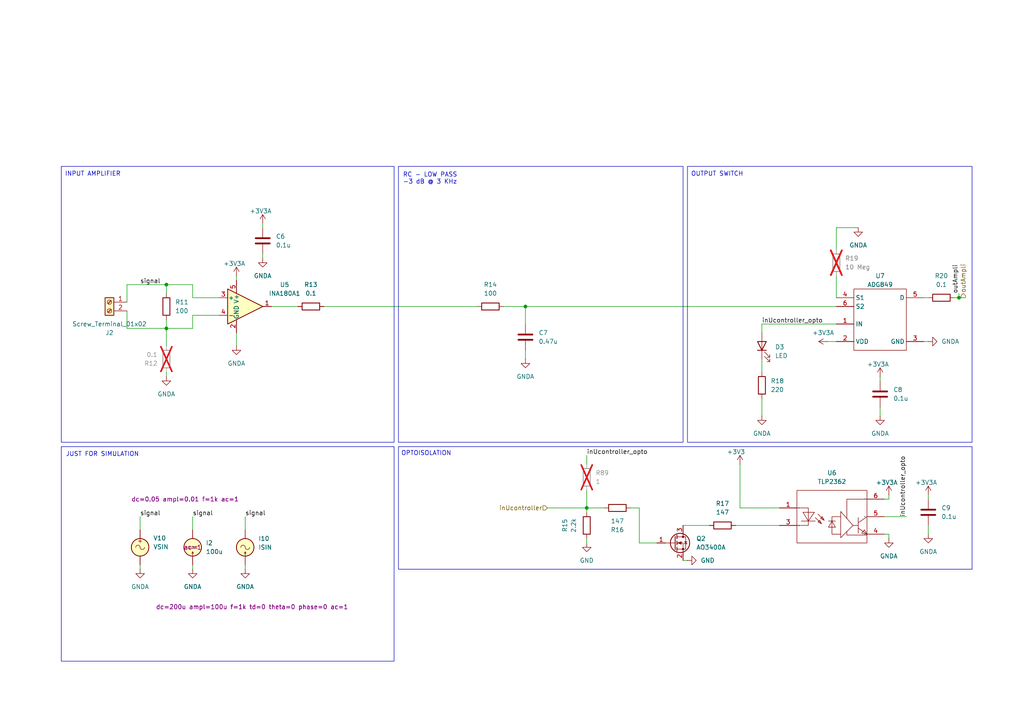
<source format=kicad_sch>
(kicad_sch (version 20250114) (generator "eeschema") (generator_version "9.0")
  (paper "A4")
  (lib_symbols
    (symbol "Amplifier_Current:INA180A1" (pin_names (offset 0.127))
      (property "Reference" "U" (at 3.81 3.81 0))
      (property "Value" "INA180A1" (at 3.81 -2.54 0))
      (symbol "INA180A1_0_1"
        (polyline (pts (xy 5.08 0) (xy -5.08 5.08) (xy -5.08 -5.08) (xy 5.08 0)) (stroke (width 0.254)) (fill (type background)))
      )
      (symbol "INA180A1_1_1"
        (pin input line (at -7.62 2.54 0) (length 2.54) (name "+") (number "3"))
        (pin input line (at -7.62 -2.54 0) (length 2.54) (name "-") (number "4"))
        (pin power_in line (at -2.54 7.62 270) (length 3.81) (name "V+") (number "5"))
        (pin power_in line (at -2.54 -7.62 90) (length 3.81) (name "GND") (number "2"))
        (pin output line (at 7.62 0 180) (length 2.54) (name "~") (number "1"))
      )
    )
    (symbol "Connector:Screw_Terminal_01x02" (pin_names (offset 1.016) (hide yes))
      (property "Reference" "J" (at 0 2.54 0))
      (property "Value" "Screw_Terminal_01x02" (at 0 -5.08 0))
      (symbol "Screw_Terminal_01x02_1_1"
        (rectangle (start -1.27 1.27) (end 1.27 -3.81) (stroke (width 0.254)) (fill (type background)))
        (polyline (pts (xy -0.5334 0.3302) (xy 0.3302 -0.508)) (stroke (width 0.1524)))
        (polyline (pts (xy -0.5334 -2.2098) (xy 0.3302 -3.048)) (stroke (width 0.1524)))
        (polyline (pts (xy -0.3556 0.508) (xy 0.508 -0.3302)) (stroke (width 0.1524)))
        (polyline (pts (xy -0.3556 -2.032) (xy 0.508 -2.8702)) (stroke (width 0.1524)))
        (circle (center 0 0) (radius 0.635) (stroke (width 0.1524)))
        (circle (center 0 -2.54) (radius 0.635) (stroke (width 0.1524)))
        (pin passive line (at -5.08 0 0) (length 3.81) (name "Pin_1") (number "1"))
        (pin passive line (at -5.08 -2.54 0) (length 3.81) (name "Pin_2") (number "2"))
      )
    )
    (symbol "Device:C" (pin_numbers (hide yes)) (pin_names (offset 0.254))
      (property "Reference" "C" (at 0.635 2.54 0))
      (property "Value" "C" (at 0.635 -2.54 0))
      (symbol "C_0_1"
        (polyline (pts (xy -2.032 0.762) (xy 2.032 0.762)) (stroke (width 0.508)))
        (polyline (pts (xy -2.032 -0.762) (xy 2.032 -0.762)) (stroke (width 0.508)))
      )
      (symbol "C_1_1"
        (pin passive line (at 0 3.81 270) (length 2.794) (name "~") (number "1"))
        (pin passive line (at 0 -3.81 90) (length 2.794) (name "~") (number "2"))
      )
    )
    (symbol "Device:LED" (pin_numbers (hide yes)) (pin_names (offset 1.016) (hide yes))
      (property "Reference" "D" (at 0 2.54 0))
      (property "Value" "LED" (at 0 -2.54 0))
      (symbol "LED_0_1"
        (polyline (pts (xy -3.048 -0.762) (xy -4.572 -2.286) (xy -3.81 -2.286) (xy -4.572 -2.286) (xy -4.572 -1.524)))
        (polyline (pts (xy -1.778 -0.762) (xy -3.302 -2.286) (xy -2.54 -2.286) (xy -3.302 -2.286) (xy -3.302 -1.524)))
        (polyline (pts (xy -1.27 0) (xy 1.27 0)))
        (polyline (pts (xy -1.27 -1.27) (xy -1.27 1.27)) (stroke (width 0.254)))
        (polyline (pts (xy 1.27 -1.27) (xy 1.27 1.27) (xy -1.27 0) (xy 1.27 -1.27)) (stroke (width 0.254)))
      )
      (symbol "LED_1_1"
        (pin passive line (at -3.81 0 0) (length 2.54) (name "K") (number "1"))
        (pin passive line (at 3.81 0 180) (length 2.54) (name "A") (number "2"))
      )
    )
    (symbol "Device:R" (pin_numbers (hide yes)) (pin_names (offset 0))
      (property "Reference" "R" (at 2.032 0 90))
      (property "Value" "R" (at 0 0 90))
      (symbol "R_0_1"
        (rectangle (start -1.016 -2.54) (end 1.016 2.54) (stroke (width 0.254)))
      )
      (symbol "R_1_1"
        (pin passive line (at 0 3.81 270) (length 1.27) (name "~") (number "1"))
        (pin passive line (at 0 -3.81 90) (length 1.27) (name "~") (number "2"))
      )
    )
    (symbol "Isolator:TLP2362(TPL,E(T"
      (property "Reference" "U" (at 0 0 0))
      (symbol "TLP2362(TPL,E(T_1_0"
        (rectangle (start -10.16 7.62) (end 10.16 -7.62))
        (polyline (pts (xy -10.16 2.54) (xy -6.858 2.54) (xy -6.858 2.54) (xy -6.858 -2.54) (xy -6.858 -2.54) (xy -10.16 -2.54)))
        (polyline (pts (xy -8.382 1.27) (xy -6.858 -1.27) (xy -6.858 -1.27) (xy -5.08 1.27) (xy -5.08 1.27) (xy -8.382 1.27)))
        (polyline (pts (xy -4.826 -0.254) (xy -3.048 -2.032)))
        (polyline (pts (xy -4.826 -1.27) (xy -8.89 -1.27)))
        (polyline (pts (xy -4.064 0.762) (xy -2.286 -1.016)))
        (polyline (pts (xy -3.048 -2.032) (xy -3.556 -1.016) (xy -3.556 -1.016) (xy -4.064 -1.524) (xy -4.064 -1.524) (xy -3.048 -2.032)))
        (polyline (pts (xy -2.286 -1.016) (xy -2.794 0) (xy -2.794 0) (xy -3.302 -0.508) (xy -3.302 -0.508) (xy -2.286 -1.016)))
        (polyline (pts (xy -1.016 -1.27) (xy 1.016 -1.27)))
        (polyline (pts (xy 0 -1.016) (xy 0 -5.08) (xy 0 -5.08) (xy 2.54 -5.08)))
        (polyline (pts (xy 0 -1.27) (xy 0 0) (xy 0 0) (xy 2.54 0)))
        (polyline (pts (xy 1.016 -3.048) (xy 0 -1.27) (xy 0 -1.27) (xy -1.016 -3.048) (xy -1.016 -3.048) (xy 1.016 -3.048)))
        (polyline (pts (xy 4.318 -4.318) (xy 4.318 -5.334) (xy 4.318 -5.334) (xy 10.16 -5.334)))
        (polyline (pts (xy 6.096 -2.54) (xy 7.62 -2.54)))
        (polyline (pts (xy 6.096 -2.54) (xy 2.54 1.524) (xy 2.54 1.524) (xy 2.54 -6.096) (xy 2.54 -6.096) (xy 6.096 -2.54)))
        (polyline (pts (xy 7.62 -0.254) (xy 7.62 -4.826)))
        (polyline (pts (xy 7.62 -3.302) (xy 10.16 -5.08)))
        (polyline (pts (xy 10.16 5.08) (xy 4.318 5.08) (xy 4.318 5.08) (xy 4.318 -0.508)))
        (polyline (pts (xy 10.16 0) (xy 7.62 -1.778)))
        (polyline (pts (xy 10.16 -5.08) (xy 9.398 -3.81) (xy 9.398 -3.81) (xy 8.636 -4.826) (xy 8.636 -4.826) (xy 10.16 -5.08)))
        (pin unspecified line (at -15.24 2.54 0) (length 5.08) (name "1") (number "1"))
        (pin unspecified line (at -15.24 -2.54 0) (length 5.08) (name "3") (number "3"))
        (pin unspecified line (at 15.24 5.08 180) (length 5.08) (name "6") (number "6"))
        (pin unspecified line (at 15.24 0 180) (length 5.08) (name "5") (number "5"))
        (pin unspecified line (at 15.24 -5.08 180) (length 5.08) (name "4") (number "4"))
      )
    )
    (symbol "Simulation_SPICE:IDC" (pin_numbers (hide yes)) (pin_names (offset 0.0254))
      (property "Reference" "I" (at 2.54 2.54 0))
      (property "Value" "1" (at 2.54 0 0))
      (symbol "IDC_0_0"
        (polyline (pts (xy -1.27 0.254) (xy 1.27 0.254)))
        (polyline (pts (xy -0.762 -0.254) (xy -1.27 -0.254)))
        (polyline (pts (xy 0.254 -0.254) (xy -0.254 -0.254)))
        (polyline (pts (xy 1.27 -0.254) (xy 0.762 -0.254)))
      )
      (symbol "IDC_0_1"
        (polyline (pts (xy -0.254 1.778) (xy 0 1.27) (xy 0.254 1.778)))
        (polyline (pts (xy 0 1.27) (xy 0 2.286)))
        (circle (center 0 0) (radius 2.54) (stroke (width 0.254)) (fill (type background)))
      )
      (symbol "IDC_1_1"
        (pin passive line (at 0 5.08 270) (length 2.54) (name "~") (number "1"))
        (pin passive line (at 0 -5.08 90) (length 2.54) (name "~") (number "2"))
      )
    )
    (symbol "Simulation_SPICE:ISIN" (pin_numbers (hide yes)) (pin_names (offset 0.0254))
      (property "Reference" "I" (at 2.54 2.54 0))
      (property "Value" "ISIN" (at 2.54 0 0))
      (property "Sim.Params" "dc=0 ampl=1 f=1k ac=1" (at 2.54 -2.54 0))
      (symbol "ISIN_0_0"
        (arc (start -1.27 0) (mid -0.635 0.6323) (end 0 0))
        (arc (start 1.27 0) (mid 0.635 -0.6323) (end 0 0))
      )
      (symbol "ISIN_0_1"
        (polyline (pts (xy -0.254 1.778) (xy 0 1.27) (xy 0.254 1.778)))
        (polyline (pts (xy 0 1.27) (xy 0 2.286)))
        (circle (center 0 0) (radius 2.54) (stroke (width 0.254)) (fill (type background)))
      )
      (symbol "ISIN_1_1"
        (pin passive line (at 0 5.08 270) (length 2.54) (name "~") (number "1"))
        (pin passive line (at 0 -5.08 90) (length 2.54) (name "~") (number "2"))
      )
    )
    (symbol "Simulation_SPICE:VSIN" (pin_numbers (hide yes)) (pin_names (offset 0.0254))
      (property "Reference" "V" (at 2.54 2.54 0))
      (property "Value" "VSIN" (at 2.54 0 0))
      (property "Sim.Params" "dc=0 ampl=1 f=1k ac=1" (at 2.54 -2.54 0))
      (symbol "VSIN_0_0"
        (arc (start -1.27 0) (mid -0.635 0.6323) (end 0 0))
        (arc (start 1.27 0) (mid 0.635 -0.6323) (end 0 0))
        (text "+" (at 0 1.905 0) (effects (font (size 1.27 1.27))))
      )
      (symbol "VSIN_0_1"
        (circle (center 0 0) (radius 2.54) (stroke (width 0.254)) (fill (type background)))
      )
      (symbol "VSIN_1_1"
        (pin passive line (at 0 5.08 270) (length 2.54) (name "~") (number "1"))
        (pin passive line (at 0 -5.08 90) (length 2.54) (name "~") (number "2"))
      )
    )
    (symbol "Transistor_FET:AO3400A" (pin_names (offset 0) (hide yes))
      (property "Reference" "Q" (at 5.08 1.905 0))
      (property "Value" "AO3400A" (at 5.08 0 0))
      (symbol "AO3400A_0_1"
        (polyline (pts (xy 0.254 1.905) (xy 0.254 -1.905)) (stroke (width 0.254)))
        (polyline (pts (xy 0.254 0) (xy -2.54 0)))
        (polyline (pts (xy 0.762 2.286) (xy 0.762 1.27)) (stroke (width 0.254)))
        (polyline (pts (xy 0.762 0.508) (xy 0.762 -0.508)) (stroke (width 0.254)))
        (polyline (pts (xy 0.762 -1.27) (xy 0.762 -2.286)) (stroke (width 0.254)))
        (polyline (pts (xy 0.762 -1.778) (xy 3.302 -1.778) (xy 3.302 1.778) (xy 0.762 1.778)))
        (polyline (pts (xy 1.016 0) (xy 2.032 0.381) (xy 2.032 -0.381) (xy 1.016 0)) (fill (type outline)))
        (circle (center 1.651 0) (radius 2.794) (stroke (width 0.254)))
        (polyline (pts (xy 2.54 2.54) (xy 2.54 1.778)))
        (circle (center 2.54 1.778) (radius 0.254) (fill (type outline)))
        (circle (center 2.54 -1.778) (radius 0.254) (fill (type outline)))
        (polyline (pts (xy 2.54 -2.54) (xy 2.54 0) (xy 0.762 0)))
        (polyline (pts (xy 2.921 0.381) (xy 3.683 0.381)))
        (polyline (pts (xy 3.302 0.381) (xy 2.921 -0.254) (xy 3.683 -0.254) (xy 3.302 0.381)))
      )
      (symbol "AO3400A_1_1"
        (pin input line (at -5.08 0 0) (length 2.54) (name "G") (number "1"))
        (pin passive line (at 2.54 5.08 270) (length 2.54) (name "D") (number "3"))
        (pin passive line (at 2.54 -5.08 90) (length 2.54) (name "S") (number "2"))
      )
    )
    (symbol "leakCurrMeasLibrary:ADG849YKSZ-REEL7"
      (property "Reference" "U" (at 0 0 0))
      (symbol "ADG849YKSZ-REEL7_1_0"
        (rectangle (start -7.62 -8.89) (end 7.62 8.89))
        (pin unspecified line (at -12.7 6.35 0) (length 5.08) (name "S1") (number "4"))
        (pin unspecified line (at -12.7 3.81 0) (length 5.08) (name "S2") (number "6"))
        (pin unspecified line (at -12.7 -1.27 0) (length 5.08) (name "IN") (number "1"))
        (pin unspecified line (at -12.7 -6.35 0) (length 5.08) (name "VDD") (number "2"))
        (pin unspecified line (at 12.7 6.35 180) (length 5.08) (name "D") (number "5"))
        (pin unspecified line (at 12.7 -6.35 180) (length 5.08) (name "GND") (number "3"))
      )
    )
    (symbol "power:+5V" (power) (pin_numbers (hide yes)) (pin_names (offset 0) (hide yes))
      (property "Value" "+5V" (at 0 3.556 0))
      (symbol "+5V_0_1"
        (polyline (pts (xy -0.762 1.27) (xy 0 2.54)))
        (polyline (pts (xy 0 2.54) (xy 0.762 1.27)))
        (polyline (pts (xy 0 0) (xy 0 2.54)))
      )
      (symbol "+5V_1_1"
        (pin power_in line (at 0 0 90) (length 0) (name "~") (number "1"))
      )
    )
    (symbol "power:GND" (power) (pin_numbers (hide yes)) (pin_names (offset 0) (hide yes))
      (property "Value" "GND" (at 0 -3.81 0))
      (symbol "GND_0_1"
        (polyline (pts (xy 0 0) (xy 0 -1.27) (xy 1.27 -1.27) (xy 0 -2.54) (xy -1.27 -1.27) (xy 0 -1.27)))
      )
      (symbol "GND_1_1"
        (pin power_in line (at 0 0 270) (length 0) (name "~") (number "1"))
      )
    )
    (symbol "power:GNDA" (power) (pin_numbers (hide yes)) (pin_names (offset 0) (hide yes))
      (property "Value" "GNDA" (at 0 -3.81 0))
      (symbol "GNDA_0_1"
        (polyline (pts (xy 0 0) (xy 0 -1.27) (xy 1.27 -1.27) (xy 0 -2.54) (xy -1.27 -1.27) (xy 0 -1.27)))
      )
      (symbol "GNDA_1_1"
        (pin power_in line (at 0 0 270) (length 0) (name "~") (number "1"))
      )
    )
  )
  (rectangle (start 199.39 48.26) (end 281.94 128.27))
  (rectangle (start 17.78 48.26) (end 114.3 128.27))
  (rectangle (start 115.57 129.54) (end 281.94 165.1))
  (rectangle (start 17.78 129.54) (end 114.3 191.77))
  (rectangle (start 115.57 48.26) (end 198.12 128.27))
  (text "INPUT AMPLIFIER" (at 26.924 50.546 0) (effects (font (size 1.27 1.27))))
  (text "OUTPUT SWITCH" (at 200.406 50.546 0) (effects (font (size 1.27 1.27)) (justify left)))
  (text "JUST FOR SIMULATION" (at 29.718 131.826 0) (effects (font (size 1.27 1.27))))
  (text "OPTOISOLATION" (at 116.332 131.572 0) (effects (font (size 1.27 1.27)) (justify left)))
  (text "RC - LOW PASS\n-3 dB @ 3 KHz" (at 116.84 51.816 0) (effects (font (size 1.27 1.27)) (justify left)))
  (junction (at 152.4 88.9))
  (junction (at 48.26 82.55))
  (junction (at 48.26 95.25))
  (junction (at 278.13 86.36))
  (junction (at 170.18 147.32))
  (wire (pts (xy 152.4 88.9) (xy 242.57 88.9)))
  (wire (pts (xy 213.36 152.4) (xy 226.06 152.4)))
  (wire (pts (xy 146.05 88.9) (xy 152.4 88.9)))
  (wire (pts (xy 256.54 149.86) (xy 262.89 149.86)))
  (wire (pts (xy 68.58 96.52) (xy 68.58 100.33)))
  (wire (pts (xy 170.18 156.21) (xy 170.18 157.48)))
  (wire (pts (xy 55.88 149.86) (xy 55.88 153.67)))
  (wire (pts (xy 55.88 91.44) (xy 55.88 95.25)))
  (wire (pts (xy 214.63 134.62) (xy 214.63 147.32)))
  (wire (pts (xy 214.63 147.32) (xy 226.06 147.32)))
  (wire (pts (xy 93.98 88.9) (xy 138.43 88.9)))
  (wire (pts (xy 220.98 93.98) (xy 242.57 93.98)))
  (wire (pts (xy 198.12 162.56) (xy 199.39 162.56)))
  (wire (pts (xy 257.81 156.21) (xy 257.81 154.94)))
  (wire (pts (xy 36.83 82.55) (xy 48.26 82.55)))
  (wire (pts (xy 267.97 99.06) (xy 269.24 99.06)))
  (wire (pts (xy 170.18 142.24) (xy 170.18 147.32)))
  (wire (pts (xy 190.5 157.48) (xy 185.42 157.48)))
  (wire (pts (xy 63.5 86.36) (xy 55.88 86.36)))
  (wire (pts (xy 220.98 115.57) (xy 220.98 120.65)))
  (wire (pts (xy 55.88 82.55) (xy 48.26 82.55)))
  (wire (pts (xy 71.12 163.83) (xy 71.12 165.1)))
  (wire (pts (xy 255.27 118.11) (xy 255.27 120.65)))
  (wire (pts (xy 63.5 91.44) (xy 55.88 91.44)))
  (wire (pts (xy 36.83 82.55) (xy 36.83 87.63)))
  (wire (pts (xy 48.26 82.55) (xy 48.26 85.09)))
  (wire (pts (xy 68.58 80.01) (xy 68.58 81.28)))
  (wire (pts (xy 257.81 144.78) (xy 256.54 144.78)))
  (wire (pts (xy 55.88 86.36) (xy 55.88 82.55)))
  (wire (pts (xy 267.97 86.36) (xy 269.24 86.36)))
  (wire (pts (xy 170.18 132.08) (xy 170.18 134.62)))
  (wire (pts (xy 71.12 149.86) (xy 71.12 153.67)))
  (wire (pts (xy 48.26 95.25) (xy 48.26 100.33)))
  (wire (pts (xy 36.83 95.25) (xy 36.83 90.17)))
  (wire (pts (xy 240.03 99.06) (xy 242.57 99.06)))
  (wire (pts (xy 158.75 147.32) (xy 170.18 147.32)))
  (wire (pts (xy 248.92 66.04) (xy 242.57 66.04)))
  (wire (pts (xy 242.57 66.04) (xy 242.57 72.39)))
  (wire (pts (xy 182.88 147.32) (xy 185.42 147.32)))
  (wire (pts (xy 170.18 147.32) (xy 175.26 147.32)))
  (wire (pts (xy 269.24 152.4) (xy 269.24 154.94)))
  (wire (pts (xy 48.26 109.22) (xy 48.26 107.95)))
  (wire (pts (xy 152.4 88.9) (xy 152.4 93.98)))
  (wire (pts (xy 55.88 95.25) (xy 48.26 95.25)))
  (wire (pts (xy 220.98 96.52) (xy 220.98 93.98)))
  (wire (pts (xy 36.83 95.25) (xy 48.26 95.25)))
  (wire (pts (xy 55.88 163.83) (xy 55.88 165.1)))
  (wire (pts (xy 48.26 92.71) (xy 48.26 95.25)))
  (wire (pts (xy 257.81 143.51) (xy 257.81 144.78)))
  (wire (pts (xy 276.86 86.36) (xy 278.13 86.36)))
  (wire (pts (xy 278.13 86.36) (xy 279.4 86.36)))
  (wire (pts (xy 278.13 85.09) (xy 278.13 86.36)))
  (wire (pts (xy 198.12 152.4) (xy 205.74 152.4)))
  (wire (pts (xy 40.64 149.86) (xy 40.64 153.67)))
  (wire (pts (xy 152.4 101.6) (xy 152.4 104.14)))
  (wire (pts (xy 40.64 163.83) (xy 40.64 165.1)))
  (wire (pts (xy 269.24 143.51) (xy 269.24 144.78)))
  (wire (pts (xy 76.2 73.66) (xy 76.2 74.93)))
  (wire (pts (xy 255.27 109.22) (xy 255.27 110.49)))
  (wire (pts (xy 257.81 154.94) (xy 256.54 154.94)))
  (wire (pts (xy 242.57 80.01) (xy 242.57 86.36)))
  (wire (pts (xy 170.18 147.32) (xy 170.18 148.59)))
  (wire (pts (xy 185.42 147.32) (xy 185.42 157.48)))
  (wire (pts (xy 220.98 104.14) (xy 220.98 107.95)))
  (wire (pts (xy 78.74 88.9) (xy 86.36 88.9)))
  (wire (pts (xy 76.2 64.77) (xy 76.2 66.04)))
  (label "signal" (at 55.88 149.86 0))
  (label "inUcontroller_opto" (at 220.98 93.98 0))
  (label "inUcontroller_opto" (at 170.18 132.08 0))
  (label "signal" (at 71.12 149.86 0))
  (label "signal" (at 40.64 82.55 0))
  (label "signal" (at 40.64 149.86 0))
  (label "outAmpli" (at 278.13 85.09 90))
  (label "inUcontroller_opto" (at 262.89 149.86 90))
  (hierarchical_label "inUcontroller" (shape input) (at 158.75 147.32 180))
  (hierarchical_label "outAmpli" (shape output) (at 279.4 86.36 90))
  (symbol (lib_id "Connector:Screw_Terminal_01x02") (at 31.75 87.63 0) (mirror y) (unit 1) (exclude_from_sim yes)
    (property "Reference" "J1" (at 31.75 96.52 0))
    (property "Value" "Screw_Terminal_01x02" (at 31.75 93.98 0))
    (property "Footprint" "Connector_Phoenix_GMSTB:PhoenixContact_GMSTBA_2,5_2-G-7,62_1x02_P7.62mm_Horizontal" (effects (hide yes)))
    (property "Description" "Generic screw terminal, single row, 01x02, script generated (kicad-library-utils/schlib/autogen/connector/)" (effects (hide yes)))
    (instances (project "leak_current_detector" (path "" (reference "J2") (unit 1)) (path "" (reference "J7") (unit 1)) (path "" (reference "J5") (unit 1)) (path "" (reference "J6") (unit 1)) (path "" (reference "J4") (unit 1)) (path "" (reference "J8") (unit 1)) (path "" (reference "J3") (unit 1)) (path "" (reference "J1") (unit 1))))
  )
  (symbol (lib_id "power:GNDA") (at 40.64 165.1 0) (unit 1)
    (property "Reference" "#PWR013" (effects (hide yes)))
    (property "Value" "GNDA" (at 40.64 170.18 0))
    (property "Description" "Power symbol creates a global label with name \"GNDA\" , analog ground" (effects (hide yes)))
    (instances (project "leak_current_detector" (path "" (reference "#PWR034") (unit 1)) (path "" (reference "#PWR0139") (unit 1)) (path "" (reference "#PWR097") (unit 1)) (path "" (reference "#PWR0118") (unit 1)) (path "" (reference "#PWR076") (unit 1)) (path "" (reference "#PWR0160") (unit 1)) (path "" (reference "#PWR055") (unit 1)) (path "" (reference "#PWR013") (unit 1))))
  )
  (symbol (lib_id "power:GNDA") (at 220.98 120.65 0) (unit 1)
    (property "Reference" "#PWR024" (effects (hide yes)))
    (property "Value" "GNDA" (at 220.98 125.73 0))
    (property "Description" "Power symbol creates a global label with name \"GNDA\" , analog ground" (effects (hide yes)))
    (instances (project "leak_current_detector" (path "" (reference "#PWR045") (unit 1)) (path "" (reference "#PWR0150") (unit 1)) (path "" (reference "#PWR0108") (unit 1)) (path "" (reference "#PWR0129") (unit 1)) (path "" (reference "#PWR087") (unit 1)) (path "" (reference "#PWR0171") (unit 1)) (path "" (reference "#PWR066") (unit 1)) (path "" (reference "#PWR024") (unit 1))))
  )
  (symbol (lib_id "power:GNDA") (at 269.24 99.06 90) (unit 1)
    (property "Reference" "#PWR031" (effects (hide yes)))
    (property "Value" "GNDA" (at 273.05 99.0599 90) (effects (justify right)))
    (property "Description" "Power symbol creates a global label with name \"GNDA\" , analog ground" (effects (hide yes)))
    (instances (project "leak_current_detector" (path "" (reference "#PWR052") (unit 1)) (path "" (reference "#PWR0157") (unit 1)) (path "" (reference "#PWR0115") (unit 1)) (path "" (reference "#PWR0136") (unit 1)) (path "" (reference "#PWR094") (unit 1)) (path "" (reference "#PWR0178") (unit 1)) (path "" (reference "#PWR073") (unit 1)) (path "" (reference "#PWR031") (unit 1))))
  )
  (symbol (lib_id "Device:C") (at 269.24 148.59 0) (unit 1)
    (property "Reference" "C5" (at 273.05 147.3199 0) (effects (justify left)))
    (property "Value" "0.1u" (at 273.05 149.8599 0) (effects (justify left)))
    (property "Footprint" "Capacitor_SMD:C_0603_1608Metric" (effects (hide yes)))
    (property "Description" "Unpolarized capacitor" (effects (hide yes)))
    (instances (project "leak_current_detector" (path "" (reference "C9") (unit 1)) (path "" (reference "C29") (unit 1)) (path "" (reference "C21") (unit 1)) (path "" (reference "C25") (unit 1)) (path "" (reference "C17") (unit 1)) (path "" (reference "C33") (unit 1)) (path "" (reference "C13") (unit 1)) (path "" (reference "C5") (unit 1))))
  )
  (symbol (lib_id "Device:R") (at 142.24 88.9 90) (unit 1)
    (property "Reference" "R4" (at 142.24 82.55 90))
    (property "Value" "100" (at 142.24 85.09 90))
    (property "Footprint" "Resistor_SMD:R_0603_1608Metric" (effects (hide yes)))
    (property "Description" "Resistor" (effects (hide yes)))
    (instances (project "leak_current_detector" (path "" (reference "R14") (unit 1)) (path "" (reference "R64") (unit 1)) (path "" (reference "R44") (unit 1)) (path "" (reference "R54") (unit 1)) (path "" (reference "R34") (unit 1)) (path "" (reference "R74") (unit 1)) (path "" (reference "R24") (unit 1)) (path "" (reference "R4") (unit 1))))
  )
  (symbol (lib_id "Device:R") (at 170.18 152.4 0) (mirror y) (unit 1) (exclude_from_sim yes)
    (property "Reference" "R5" (at 163.83 152.4 90))
    (property "Value" "2.2k" (at 166.37 152.4 90))
    (property "Footprint" "Resistor_SMD:R_0603_1608Metric" (effects (hide yes)))
    (property "Description" "Resistor" (effects (hide yes)))
    (instances (project "leak_current_detector" (path "" (reference "R15") (unit 1)) (path "" (reference "R65") (unit 1)) (path "" (reference "R45") (unit 1)) (path "" (reference "R55") (unit 1)) (path "" (reference "R35") (unit 1)) (path "" (reference "R75") (unit 1)) (path "" (reference "R25") (unit 1)) (path "" (reference "R5") (unit 1))))
  )
  (symbol (lib_id "Device:C") (at 152.4 97.79 0) (unit 1)
    (property "Reference" "C3" (at 156.21 96.5199 0) (effects (justify left)))
    (property "Value" "0.47u" (at 156.21 99.0599 0) (effects (justify left)))
    (property "Footprint" "Capacitor_SMD:C_0603_1608Metric" (effects (hide yes)))
    (property "Description" "Unpolarized capacitor" (effects (hide yes)))
    (instances (project "leak_current_detector" (path "" (reference "C7") (unit 1)) (path "" (reference "C27") (unit 1)) (path "" (reference "C19") (unit 1)) (path "" (reference "C23") (unit 1)) (path "" (reference "C15") (unit 1)) (path "" (reference "C31") (unit 1)) (path "" (reference "C11") (unit 1)) (path "" (reference "C3") (unit 1))))
  )
  (symbol (lib_id "Device:R") (at 179.07 147.32 90) (mirror x) (unit 1) (exclude_from_sim yes)
    (property "Reference" "R6" (at 179.07 153.67 90))
    (property "Value" "147" (at 179.07 151.13 90))
    (property "Footprint" "Resistor_SMD:R_0603_1608Metric" (effects (hide yes)))
    (property "Description" "Resistor" (effects (hide yes)))
    (instances (project "leak_current_detector" (path "" (reference "R16") (unit 1)) (path "" (reference "R66") (unit 1)) (path "" (reference "R46") (unit 1)) (path "" (reference "R56") (unit 1)) (path "" (reference "R36") (unit 1)) (path "" (reference "R76") (unit 1)) (path "" (reference "R26") (unit 1)) (path "" (reference "R6") (unit 1))))
  )
  (symbol (lib_id "Device:R") (at 242.57 76.2 0) (unit 1) (exclude_from_sim yes) (in_bom no) (dnp yes)
    (property "Reference" "R9" (at 245.11 74.9299 0) (effects (justify left)))
    (property "Value" "10 Meg" (at 245.11 77.4699 0) (effects (justify left)))
    (property "Footprint" "Resistor_SMD:R_0603_1608Metric" (effects (hide yes)))
    (property "Description" "Resistor" (effects (hide yes)))
    (instances (project "leak_current_detector" (path "" (reference "R19") (unit 1)) (path "" (reference "R69") (unit 1)) (path "" (reference "R49") (unit 1)) (path "" (reference "R59") (unit 1)) (path "" (reference "R39") (unit 1)) (path "" (reference "R79") (unit 1)) (path "" (reference "R29") (unit 1)) (path "" (reference "R9") (unit 1))))
  )
  (symbol (lib_id "power:GNDA") (at 248.92 66.04 0) (unit 1)
    (property "Reference" "#PWR026" (effects (hide yes)))
    (property "Value" "GNDA" (at 248.92 71.12 0))
    (property "Description" "Power symbol creates a global label with name \"GNDA\" , analog ground" (effects (hide yes)))
    (instances (project "leak_current_detector" (path "" (reference "#PWR047") (unit 1)) (path "" (reference "#PWR0152") (unit 1)) (path "" (reference "#PWR0110") (unit 1)) (path "" (reference "#PWR0131") (unit 1)) (path "" (reference "#PWR089") (unit 1)) (path "" (reference "#PWR0173") (unit 1)) (path "" (reference "#PWR068") (unit 1)) (path "" (reference "#PWR026") (unit 1))))
  )
  (symbol (lib_id "Device:R") (at 48.26 104.14 180) (unit 1) (in_bom no) (dnp yes)
    (property "Reference" "R2" (at 45.72 105.4101 0) (effects (justify left)))
    (property "Value" "0.1" (at 45.72 102.8701 0) (effects (justify left)))
    (property "Footprint" "Resistor_SMD:R_0603_1608Metric" (effects (hide yes)))
    (property "Description" "Resistor" (effects (hide yes)))
    (instances (project "leak_current_detector" (path "" (reference "R12") (unit 1)) (path "" (reference "R62") (unit 1)) (path "" (reference "R42") (unit 1)) (path "" (reference "R52") (unit 1)) (path "" (reference "R32") (unit 1)) (path "" (reference "R72") (unit 1)) (path "" (reference "R22") (unit 1)) (path "" (reference "R2") (unit 1))))
  )
  (symbol (lib_id "Device:C") (at 255.27 114.3 0) (unit 1)
    (property "Reference" "C4" (at 259.08 113.0299 0) (effects (justify left)))
    (property "Value" "0.1u" (at 259.08 115.5699 0) (effects (justify left)))
    (property "Footprint" "Capacitor_SMD:C_0603_1608Metric" (effects (hide yes)))
    (property "Description" "Unpolarized capacitor" (effects (hide yes)))
    (instances (project "leak_current_detector" (path "" (reference "C8") (unit 1)) (path "" (reference "C28") (unit 1)) (path "" (reference "C20") (unit 1)) (path "" (reference "C24") (unit 1)) (path "" (reference "C16") (unit 1)) (path "" (reference "C32") (unit 1)) (path "" (reference "C12") (unit 1)) (path "" (reference "C4") (unit 1))))
  )
  (symbol (lib_id "power:GNDA") (at 71.12 165.1 0) (unit 1)
    (property "Reference" "#PWR0232" (effects (hide yes)))
    (property "Value" "GNDA" (at 71.12 170.18 0))
    (property "Description" "Power symbol creates a global label with name \"GNDA\" , analog ground" (effects (hide yes)))
    (instances (project "leak_current_detector" (path "" (reference "#PWR0233") (unit 1)) (path "" (reference "#PWR0238") (unit 1)) (path "" (reference "#PWR0236") (unit 1)) (path "" (reference "#PWR0237") (unit 1)) (path "" (reference "#PWR0235") (unit 1)) (path "" (reference "#PWR0239") (unit 1)) (path "" (reference "#PWR0234") (unit 1)) (path "" (reference "#PWR0232") (unit 1))))
  )
  (symbol (lib_id "power:GNDA") (at 68.58 100.33 0) (unit 1)
    (property "Reference" "#PWR017" (effects (hide yes)))
    (property "Value" "GNDA" (at 68.58 105.41 0))
    (property "Description" "Power symbol creates a global label with name \"GNDA\" , analog ground" (effects (hide yes)))
    (instances (project "leak_current_detector" (path "" (reference "#PWR038") (unit 1)) (path "" (reference "#PWR0143") (unit 1)) (path "" (reference "#PWR0101") (unit 1)) (path "" (reference "#PWR0122") (unit 1)) (path "" (reference "#PWR080") (unit 1)) (path "" (reference "#PWR0164") (unit 1)) (path "" (reference "#PWR059") (unit 1)) (path "" (reference "#PWR017") (unit 1))))
  )
  (symbol (lib_id "Simulation_SPICE:ISIN") (at 71.12 158.75 180) (unit 1) (in_bom no) (on_board no)
    (property "Reference" "I9" (at 74.93 156.2099 0) (effects (justify right)))
    (property "Value" "ISIN" (at 74.93 158.7499 0) (effects (justify right)))
    (property "Datasheet" "https://ngspice.sourceforge.io/docs/ngspice-html-manual/manual.xhtml#sec_Independent_Sources_for" (effects (hide yes)))
    (property "Description" "Current source, sinusoidal" (effects (hide yes)))
    (property "Sim.Pins" "1=+ 2=-" (effects (hide yes)))
    (property "Sim.Params" "dc=200u ampl=100u f=1k td=0 theta=0 phase=0 ac=1" (at 45.212 176.022 0) (effects (justify right)))
    (property "Sim.Device" "I" (effects (hide yes)))
    (property "Sim.Type" "SIN" (effects (hide yes)))
    (instances (project "" (path "" (reference "I10") (unit 1)) (path "" (reference "I15") (unit 1)) (path "" (reference "I13") (unit 1)) (path "" (reference "I14") (unit 1)) (path "" (reference "I12") (unit 1)) (path "" (reference "I16") (unit 1)) (path "" (reference "I11") (unit 1)) (path "" (reference "I9") (unit 1))))
  )
  (symbol (lib_id "power:GNDA") (at 76.2 74.93 0) (unit 1)
    (property "Reference" "#PWR019" (effects (hide yes)))
    (property "Value" "GNDA" (at 76.2 80.01 0))
    (property "Description" "Power symbol creates a global label with name \"GNDA\" , analog ground" (effects (hide yes)))
    (instances (project "leak_current_detector" (path "" (reference "#PWR040") (unit 1)) (path "" (reference "#PWR0145") (unit 1)) (path "" (reference "#PWR0103") (unit 1)) (path "" (reference "#PWR0124") (unit 1)) (path "" (reference "#PWR082") (unit 1)) (path "" (reference "#PWR0166") (unit 1)) (path "" (reference "#PWR061") (unit 1)) (path "" (reference "#PWR019") (unit 1))))
  )
  (symbol (lib_id "leakCurrMeasLibrary:ADG849YKSZ-REEL7") (at 255.27 92.71 0) (unit 1)
    (property "Reference" "U4" (at 255.27 80.01 0))
    (property "Value" "ADG849" (at 255.27 82.55 0))
    (property "Footprint" "Package_TO_SOT_SMD:SOT-363_SC-70-6" (effects (hide yes)))
    (property "Datasheet" "https://item.szlcsc.com/datasheet/ADG849YKSZ-REEL7/153262.html" (effects (hide yes)))
    (property "Description" "Switch Circuit:SPDT(SPDT) Number of Channels:1 Voltage - Supply:1.8V~5.5V Voltage - Supply:1.8V~5.5V Turn-on time:26ns RDS(on):800mΩ Turn-off time:22ns Operating Temperature:-40°C~+125°C Operating Temperature:-40°C~+125°C" (effects (hide yes)))
    (property "Manufacturer Part" "ADG849YKSZ-REEL7" (effects (hide yes)))
    (property "Manufacturer" "ADI(亚德诺)" (effects (hide yes)))
    (property "Supplier Part" "C141931" (effects (hide yes)))
    (property "Supplier" "LCSC" (effects (hide yes)))
    (property "LCSC Part Name" "3 V/5 V CMOS 0.5Ω SPDT/2:1多路复用器在SC70封装中" (effects (hide yes)))
    (property "Sim.Library" "sim/adg849.cir" (effects (hide yes)))
    (property "Sim.Name" "ADG849" (effects (hide yes)))
    (property "Sim.Device" "SUBCKT" (effects (hide yes)))
    (property "Sim.Pins" "1=1 2=2 3=3 4=4 5=5 6=6" (effects (hide yes)))
    (instances (project "leak_current_detector" (path "" (reference "U7") (unit 1)) (path "" (reference "U22") (unit 1)) (path "" (reference "U16") (unit 1)) (path "" (reference "U19") (unit 1)) (path "" (reference "U13") (unit 1)) (path "" (reference "U25") (unit 1)) (path "" (reference "U10") (unit 1)) (path "" (reference "U4") (unit 1))))
  )
  (symbol (lib_id "power:GND") (at 199.39 162.56 90) (unit 1) (exclude_from_sim yes)
    (property "Reference" "#PWR022" (effects (hide yes)))
    (property "Value" "GND" (at 203.2 162.5599 90) (effects (justify right)))
    (property "Description" "Power symbol creates a global label with name \"GND\" , ground" (effects (hide yes)))
    (instances (project "leak_current_detector" (path "" (reference "#PWR043") (unit 1)) (path "" (reference "#PWR0148") (unit 1)) (path "" (reference "#PWR0106") (unit 1)) (path "" (reference "#PWR0127") (unit 1)) (path "" (reference "#PWR085") (unit 1)) (path "" (reference "#PWR0169") (unit 1)) (path "" (reference "#PWR064") (unit 1)) (path "" (reference "#PWR022") (unit 1))))
  )
  (symbol (lib_id "Device:R") (at 170.18 138.43 0) (unit 1) (in_bom no) (on_board no) (dnp yes)
    (property "Reference" "R88" (at 172.72 137.1599 0) (effects (justify left)))
    (property "Value" "1" (at 172.72 139.6999 0) (effects (justify left)))
    (property "Footprint" "Resistor_SMD:R_0603_1608Metric" (effects (hide yes)))
    (property "Description" "Resistor" (effects (hide yes)))
    (instances (project "leak_current_detector" (path "" (reference "R89") (unit 1)) (path "" (reference "R94") (unit 1)) (path "" (reference "R92") (unit 1)) (path "" (reference "R93") (unit 1)) (path "" (reference "R91") (unit 1)) (path "" (reference "R95") (unit 1)) (path "" (reference "R90") (unit 1)) (path "" (reference "R88") (unit 1))))
  )
  (symbol (lib_id "Transistor_FET:AO3400A") (at 195.58 157.48 0) (unit 1) (exclude_from_sim yes)
    (property "Reference" "Q1" (at 201.93 156.2099 0) (effects (justify left)))
    (property "Value" "AO3400A" (at 201.93 158.7499 0) (effects (justify left)))
    (property "Footprint" "Package_TO_SOT_SMD:SOT-23" (effects (hide yes)))
    (property "Datasheet" "http://www.aosmd.com/pdfs/datasheet/AO3400A.pdf" (effects (hide yes)))
    (property "Description" "30V Vds, 5.7A Id, N-Channel MOSFET, SOT-23" (effects (hide yes)))
    (property "jlc" "C20917" (effects (hide yes)))
    (property "Sim.Device" "NMOS" (effects (hide yes)))
    (property "Sim.Type" "VDMOS" (effects (hide yes)))
    (property "Sim.Pins" "1=G 2=S 3=D" (effects (hide yes)))
    (property "Sim.Params" "vto=1.05" (effects (hide yes)))
    (instances (project "" (path "" (reference "Q2") (unit 1)) (path "" (reference "Q7") (unit 1)) (path "" (reference "Q5") (unit 1)) (path "" (reference "Q6") (unit 1)) (path "" (reference "Q4") (unit 1)) (path "" (reference "Q8") (unit 1)) (path "" (reference "Q3") (unit 1)) (path "" (reference "Q1") (unit 1))))
  )
  (symbol (lib_id "power:+5V") (at 269.24 143.51 0) (unit 1)
    (property "Reference" "#PWR032" (effects (hide yes)))
    (property "Value" "+3V3A" (at 265.43 139.954 0) (effects (justify left)))
    (property "Description" "Power symbol creates a global label with name \"+5V\"" (effects (hide yes)))
    (instances (project "leak_current_detector" (path "" (reference "#PWR053") (unit 1)) (path "" (reference "#PWR0158") (unit 1)) (path "" (reference "#PWR0116") (unit 1)) (path "" (reference "#PWR0137") (unit 1)) (path "" (reference "#PWR095") (unit 1)) (path "" (reference "#PWR0179") (unit 1)) (path "" (reference "#PWR074") (unit 1)) (path "" (reference "#PWR032") (unit 1))))
  )
  (symbol (lib_id "power:+5V") (at 257.81 143.51 0) (unit 1)
    (property "Reference" "#PWR029" (effects (hide yes)))
    (property "Value" "+3V3A" (at 254 139.954 0) (effects (justify left)))
    (property "Description" "Power symbol creates a global label with name \"+5V\"" (effects (hide yes)))
    (instances (project "leak_current_detector" (path "" (reference "#PWR050") (unit 1)) (path "" (reference "#PWR0155") (unit 1)) (path "" (reference "#PWR0113") (unit 1)) (path "" (reference "#PWR0134") (unit 1)) (path "" (reference "#PWR092") (unit 1)) (path "" (reference "#PWR0176") (unit 1)) (path "" (reference "#PWR071") (unit 1)) (path "" (reference "#PWR029") (unit 1))))
  )
  (symbol (lib_id "power:+5V") (at 76.2 64.77 0) (unit 1)
    (property "Reference" "#PWR018" (effects (hide yes)))
    (property "Value" "+3V3A" (at 72.39 61.214 0) (effects (justify left)))
    (property "Description" "Power symbol creates a global label with name \"+5V\"" (effects (hide yes)))
    (instances (project "leak_current_detector" (path "" (reference "#PWR039") (unit 1)) (path "" (reference "#PWR0144") (unit 1)) (path "" (reference "#PWR0102") (unit 1)) (path "" (reference "#PWR0123") (unit 1)) (path "" (reference "#PWR081") (unit 1)) (path "" (reference "#PWR0165") (unit 1)) (path "" (reference "#PWR060") (unit 1)) (path "" (reference "#PWR018") (unit 1))))
  )
  (symbol (lib_id "Device:R") (at 90.17 88.9 90) (unit 1)
    (property "Reference" "R3" (at 90.17 82.55 90))
    (property "Value" "0.1" (at 90.17 85.09 90))
    (property "Footprint" "Resistor_SMD:R_0603_1608Metric" (effects (hide yes)))
    (property "Description" "Resistor" (effects (hide yes)))
    (instances (project "leak_current_detector" (path "" (reference "R13") (unit 1)) (path "" (reference "R63") (unit 1)) (path "" (reference "R43") (unit 1)) (path "" (reference "R53") (unit 1)) (path "" (reference "R33") (unit 1)) (path "" (reference "R73") (unit 1)) (path "" (reference "R23") (unit 1)) (path "" (reference "R3") (unit 1))))
  )
  (symbol (lib_id "power:GNDA") (at 269.24 154.94 0) (unit 1)
    (property "Reference" "#PWR033" (effects (hide yes)))
    (property "Value" "GNDA" (at 269.24 160.02 0))
    (property "Description" "Power symbol creates a global label with name \"GNDA\" , analog ground" (effects (hide yes)))
    (instances (project "leak_current_detector" (path "" (reference "#PWR054") (unit 1)) (path "" (reference "#PWR0159") (unit 1)) (path "" (reference "#PWR0117") (unit 1)) (path "" (reference "#PWR0138") (unit 1)) (path "" (reference "#PWR096") (unit 1)) (path "" (reference "#PWR0180") (unit 1)) (path "" (reference "#PWR075") (unit 1)) (path "" (reference "#PWR033") (unit 1))))
  )
  (symbol (lib_id "power:+5V") (at 255.27 109.22 0) (unit 1)
    (property "Reference" "#PWR027" (effects (hide yes)))
    (property "Value" "+3V3A" (at 251.46 105.664 0) (effects (justify left)))
    (property "Description" "Power symbol creates a global label with name \"+5V\"" (effects (hide yes)))
    (instances (project "leak_current_detector" (path "" (reference "#PWR048") (unit 1)) (path "" (reference "#PWR0153") (unit 1)) (path "" (reference "#PWR0111") (unit 1)) (path "" (reference "#PWR0132") (unit 1)) (path "" (reference "#PWR090") (unit 1)) (path "" (reference "#PWR0174") (unit 1)) (path "" (reference "#PWR069") (unit 1)) (path "" (reference "#PWR027") (unit 1))))
  )
  (symbol (lib_id "Device:LED") (at 220.98 100.33 90) (unit 1)
    (property "Reference" "D1" (at 224.79 100.6474 90) (effects (justify right)))
    (property "Value" "LED" (at 224.79 103.1874 90) (effects (justify right)))
    (property "Footprint" "LED_SMD:LED_0603_1608Metric" (effects (hide yes)))
    (property "Description" "Light emitting diode" (effects (hide yes)))
    (property "Sim.Device" "D" (effects (hide yes)))
    (property "Sim.Pins" "1=A 2=K" (effects (hide yes)))
    (instances (project "leak_current_detector" (path "" (reference "D3") (unit 1)) (path "" (reference "D13") (unit 1)) (path "" (reference "D9") (unit 1)) (path "" (reference "D11") (unit 1)) (path "" (reference "D7") (unit 1)) (path "" (reference "D15") (unit 1)) (path "" (reference "D5") (unit 1)) (path "" (reference "D1") (unit 1))))
  )
  (symbol (lib_id "Simulation_SPICE:VSIN") (at 40.64 158.75 0) (unit 1) (exclude_from_sim yes) (in_bom no) (on_board no)
    (property "Reference" "V9" (at 44.45 156.0801 0) (effects (justify left)))
    (property "Value" "VSIN" (at 44.45 158.6201 0) (effects (justify left)))
    (property "Datasheet" "https://ngspice.sourceforge.io/docs/ngspice-html-manual/manual.xhtml#sec_Independent_Sources_for" (effects (hide yes)))
    (property "Description" "Voltage source, sinusoidal" (effects (hide yes)))
    (property "Sim.Pins" "1=+ 2=-" (effects (hide yes)))
    (property "Sim.Params" "dc=0.05 ampl=0.01 f=1k ac=1" (at 38.1 144.78 0) (effects (justify left)))
    (property "Sim.Type" "SIN" (effects (hide yes)))
    (property "Sim.Device" "V" (effects (hide yes)))
    (instances (project "leak_current_detector" (path "" (reference "V10") (unit 1)) (path "" (reference "V15") (unit 1)) (path "" (reference "V13") (unit 1)) (path "" (reference "V14") (unit 1)) (path "" (reference "V12") (unit 1)) (path "" (reference "V16") (unit 1)) (path "" (reference "V11") (unit 1)) (path "" (reference "V9") (unit 1))))
  )
  (symbol (lib_id "Simulation_SPICE:IDC") (at 55.88 158.75 180) (unit 1) (exclude_from_sim yes) (in_bom no) (on_board no)
    (property "Reference" "I1" (at 59.69 157.4799 0) (effects (justify right)))
    (property "Value" "100u" (at 59.69 160.0199 0) (effects (justify right)))
    (property "Datasheet" "https://ngspice.sourceforge.io/docs/ngspice-html-manual/manual.xhtml#sec_Independent_Sources_for" (effects (hide yes)))
    (property "Description" "Current source, DC" (effects (hide yes)))
    (property "Sim.Pins" "1=+ 2=-" (effects (hide yes)))
    (property "Sim.Type" "DC" (effects (hide yes)))
    (property "Sim.Device" "I" (effects (hide yes)))
    (property "Sim.Params" "ac=1" (at 55.88 158.75 0))
    (instances (project "" (path "" (reference "I2") (unit 1)) (path "" (reference "I7") (unit 1)) (path "" (reference "I5") (unit 1)) (path "" (reference "I6") (unit 1)) (path "" (reference "I4") (unit 1)) (path "" (reference "I8") (unit 1)) (path "" (reference "I3") (unit 1)) (path "" (reference "I1") (unit 1))))
  )
  (symbol (lib_id "Device:R") (at 220.98 111.76 0) (unit 1)
    (property "Reference" "R8" (at 223.52 110.4899 0) (effects (justify left)))
    (property "Value" "220" (at 223.52 113.0299 0) (effects (justify left)))
    (property "Footprint" "Resistor_SMD:R_0603_1608Metric" (effects (hide yes)))
    (property "Description" "Resistor" (effects (hide yes)))
    (instances (project "leak_current_detector" (path "" (reference "R18") (unit 1)) (path "" (reference "R68") (unit 1)) (path "" (reference "R48") (unit 1)) (path "" (reference "R58") (unit 1)) (path "" (reference "R38") (unit 1)) (path "" (reference "R78") (unit 1)) (path "" (reference "R28") (unit 1)) (path "" (reference "R8") (unit 1))))
  )
  (symbol (lib_id "Device:R") (at 209.55 152.4 270) (mirror x) (unit 1) (exclude_from_sim yes)
    (property "Reference" "R7" (at 209.55 146.05 90))
    (property "Value" "147" (at 209.55 148.59 90))
    (property "Footprint" "Resistor_SMD:R_0603_1608Metric" (effects (hide yes)))
    (property "Description" "Resistor" (effects (hide yes)))
    (instances (project "leak_current_detector" (path "" (reference "R17") (unit 1)) (path "" (reference "R67") (unit 1)) (path "" (reference "R47") (unit 1)) (path "" (reference "R57") (unit 1)) (path "" (reference "R37") (unit 1)) (path "" (reference "R77") (unit 1)) (path "" (reference "R27") (unit 1)) (path "" (reference "R7") (unit 1))))
  )
  (symbol (lib_id "power:GNDA") (at 257.81 156.21 0) (unit 1)
    (property "Reference" "#PWR030" (effects (hide yes)))
    (property "Value" "GNDA" (at 257.81 161.29 0))
    (property "Description" "Power symbol creates a global label with name \"GNDA\" , analog ground" (effects (hide yes)))
    (instances (project "leak_current_detector" (path "" (reference "#PWR051") (unit 1)) (path "" (reference "#PWR0156") (unit 1)) (path "" (reference "#PWR0114") (unit 1)) (path "" (reference "#PWR0135") (unit 1)) (path "" (reference "#PWR093") (unit 1)) (path "" (reference "#PWR0177") (unit 1)) (path "" (reference "#PWR072") (unit 1)) (path "" (reference "#PWR030") (unit 1))))
  )
  (symbol (lib_id "Device:R") (at 48.26 88.9 180) (unit 1)
    (property "Reference" "R1" (at 50.8 87.6299 0) (effects (justify right)))
    (property "Value" "100" (at 50.8 90.1699 0) (effects (justify right)))
    (property "Footprint" "Resistor_SMD:R_0603_1608Metric" (effects (hide yes)))
    (property "Description" "Resistor" (effects (hide yes)))
    (instances (project "leak_current_detector" (path "" (reference "R11") (unit 1)) (path "" (reference "R61") (unit 1)) (path "" (reference "R41") (unit 1)) (path "" (reference "R51") (unit 1)) (path "" (reference "R31") (unit 1)) (path "" (reference "R71") (unit 1)) (path "" (reference "R21") (unit 1)) (path "" (reference "R1") (unit 1))))
  )
  (symbol (lib_id "power:+5V") (at 240.03 99.06 90) (unit 1)
    (property "Reference" "#PWR025" (effects (hide yes)))
    (property "Value" "+3V3A" (at 238.76 96.52 90))
    (property "Description" "Power symbol creates a global label with name \"+5V\"" (effects (hide yes)))
    (instances (project "leak_current_detector" (path "" (reference "#PWR046") (unit 1)) (path "" (reference "#PWR0151") (unit 1)) (path "" (reference "#PWR0109") (unit 1)) (path "" (reference "#PWR0130") (unit 1)) (path "" (reference "#PWR088") (unit 1)) (path "" (reference "#PWR0172") (unit 1)) (path "" (reference "#PWR067") (unit 1)) (path "" (reference "#PWR025") (unit 1))))
  )
  (symbol (lib_id "power:+5V") (at 214.63 134.62 0) (unit 1)
    (property "Reference" "#PWR023" (effects (hide yes)))
    (property "Value" "+3V3" (at 210.82 131.064 0) (effects (justify left)))
    (property "Description" "Power symbol creates a global label with name \"+5V\"" (effects (hide yes)))
    (instances (project "leak_current_detector" (path "" (reference "#PWR044") (unit 1)) (path "" (reference "#PWR0149") (unit 1)) (path "" (reference "#PWR0107") (unit 1)) (path "" (reference "#PWR0128") (unit 1)) (path "" (reference "#PWR086") (unit 1)) (path "" (reference "#PWR0170") (unit 1)) (path "" (reference "#PWR065") (unit 1)) (path "" (reference "#PWR023") (unit 1))))
  )
  (symbol (lib_id "Amplifier_Current:INA180A1") (at 71.12 88.9 0) (unit 1)
    (property "Reference" "U2" (at 82.55 82.5814 0))
    (property "Value" "INA180A1" (at 82.55 85.1214 0))
    (property "Footprint" "Package_TO_SOT_SMD:SOT-23-5" (effects (hide yes)))
    (property "Datasheet" "http://www.ti.com/lit/ds/symlink/ina180.pdf" (effects (hide yes)))
    (property "Description" "Current Sense Amplifier, 1 Circuit, Rail-to-Rail, 26V, Gain 20 V/V, SOT-23-5" (effects (hide yes)))
    (property "Sim.Library" "sim/INA180A1/ina180a1.lib" (effects (hide yes)))
    (property "Sim.Name" "INA180A1" (effects (hide yes)))
    (property "Sim.Device" "SUBCKT" (effects (hide yes)))
    (property "Sim.Pins" "1=OUT 2=GND 3=INP 4=INN 5=VCC" (effects (hide yes)))
    (instances (project "leak_current_detector" (path "" (reference "U5") (unit 1)) (path "" (reference "U20") (unit 1)) (path "" (reference "U14") (unit 1)) (path "" (reference "U17") (unit 1)) (path "" (reference "U11") (unit 1)) (path "" (reference "U23") (unit 1)) (path "" (reference "U8") (unit 1)) (path "" (reference "U2") (unit 1))))
  )
  (symbol (lib_id "power:+5V") (at 68.58 80.01 0) (unit 1)
    (property "Reference" "#PWR016" (effects (hide yes)))
    (property "Value" "+3V3A" (at 64.77 76.454 0) (effects (justify left)))
    (property "Description" "Power symbol creates a global label with name \"+5V\"" (effects (hide yes)))
    (instances (project "leak_current_detector" (path "" (reference "#PWR037") (unit 1)) (path "" (reference "#PWR0142") (unit 1)) (path "" (reference "#PWR0100") (unit 1)) (path "" (reference "#PWR0121") (unit 1)) (path "" (reference "#PWR079") (unit 1)) (path "" (reference "#PWR0163") (unit 1)) (path "" (reference "#PWR058") (unit 1)) (path "" (reference "#PWR016") (unit 1))))
  )
  (symbol (lib_id "power:GNDA") (at 55.88 165.1 0) (unit 1)
    (property "Reference" "#PWR015" (effects (hide yes)))
    (property "Value" "GNDA" (at 55.88 170.18 0))
    (property "Description" "Power symbol creates a global label with name \"GNDA\" , analog ground" (effects (hide yes)))
    (instances (project "leak_current_detector" (path "" (reference "#PWR036") (unit 1)) (path "" (reference "#PWR0141") (unit 1)) (path "" (reference "#PWR099") (unit 1)) (path "" (reference "#PWR0120") (unit 1)) (path "" (reference "#PWR078") (unit 1)) (path "" (reference "#PWR0162") (unit 1)) (path "" (reference "#PWR057") (unit 1)) (path "" (reference "#PWR015") (unit 1))))
  )
  (symbol (lib_id "Isolator:TLP2362(TPL,E(T") (at 241.3 149.86 0) (unit 1) (exclude_from_sim yes)
    (property "Reference" "U3" (at 241.3 137.16 0))
    (property "Value" "TLP2362" (at 241.3 139.7 0))
    (property "Footprint" "OptoDevice:OPTO-SMD-5_L3.7-W4.6-P1.27-LS7.0-BR" (effects (hide yes)))
    (property "Datasheet" "https://item.szlcsc.com/datasheet/TLP2362(TPL%252CE/38638.html" (effects (hide yes)))
    (property "Description" "Input Type:DC Voltage - Supply:2.7V~5.5V Voltage - Supply:2.7V~5.5V Isolation Voltage(Vrms):3.75kV CMTI(kV/us):25kV/us Data Rate:10Mbps Number of Channels:1 Operating Temperature:-40°C~+125°C Operating Temperature:-40°C~+125°C Low level Delay Time:100ns High" (effects (hide yes)))
    (property "Manufacturer Part" "TLP2362(TPL,E" (effects (hide yes)))
    (property "Manufacturer" "TOSHIBA(东芝)" (effects (hide yes)))
    (property "Supplier Part" "C37658" (effects (hide yes)))
    (property "Supplier" "LCSC" (effects (hide yes)))
    (property "LCSC Part Name" "DC输入 1通道 隔离电压(rms):3750V" (effects (hide yes)))
    (instances (project "" (path "" (reference "U6") (unit 1)) (path "" (reference "U21") (unit 1)) (path "" (reference "U15") (unit 1)) (path "" (reference "U18") (unit 1)) (path "" (reference "U12") (unit 1)) (path "" (reference "U24") (unit 1)) (path "" (reference "U9") (unit 1)) (path "" (reference "U3") (unit 1))))
  )
  (symbol (lib_id "power:GNDA") (at 48.26 109.22 0) (unit 1)
    (property "Reference" "#PWR014" (effects (hide yes)))
    (property "Value" "GNDA" (at 48.26 114.3 0))
    (property "Description" "Power symbol creates a global label with name \"GNDA\" , analog ground" (effects (hide yes)))
    (instances (project "leak_current_detector" (path "" (reference "#PWR035") (unit 1)) (path "" (reference "#PWR0140") (unit 1)) (path "" (reference "#PWR098") (unit 1)) (path "" (reference "#PWR0119") (unit 1)) (path "" (reference "#PWR077") (unit 1)) (path "" (reference "#PWR0161") (unit 1)) (path "" (reference "#PWR056") (unit 1)) (path "" (reference "#PWR014") (unit 1))))
  )
  (symbol (lib_id "power:GNDA") (at 152.4 104.14 0) (unit 1)
    (property "Reference" "#PWR020" (effects (hide yes)))
    (property "Value" "GNDA" (at 152.4 109.22 0))
    (property "Description" "Power symbol creates a global label with name \"GNDA\" , analog ground" (effects (hide yes)))
    (instances (project "leak_current_detector" (path "" (reference "#PWR041") (unit 1)) (path "" (reference "#PWR0146") (unit 1)) (path "" (reference "#PWR0104") (unit 1)) (path "" (reference "#PWR0125") (unit 1)) (path "" (reference "#PWR083") (unit 1)) (path "" (reference "#PWR0167") (unit 1)) (path "" (reference "#PWR062") (unit 1)) (path "" (reference "#PWR020") (unit 1))))
  )
  (symbol (lib_id "Device:R") (at 273.05 86.36 90) (unit 1)
    (property "Reference" "R10" (at 273.05 80.01 90))
    (property "Value" "0.1" (at 273.05 82.55 90))
    (property "Footprint" "Resistor_SMD:R_0603_1608Metric" (effects (hide yes)))
    (property "Description" "Resistor" (effects (hide yes)))
    (instances (project "leak_current_detector" (path "" (reference "R20") (unit 1)) (path "" (reference "R70") (unit 1)) (path "" (reference "R50") (unit 1)) (path "" (reference "R60") (unit 1)) (path "" (reference "R40") (unit 1)) (path "" (reference "R80") (unit 1)) (path "" (reference "R30") (unit 1)) (path "" (reference "R10") (unit 1))))
  )
  (symbol (lib_id "Device:C") (at 76.2 69.85 180) (unit 1)
    (property "Reference" "C2" (at 80.01 68.5799 0) (effects (justify right)))
    (property "Value" "0.1u" (at 80.01 71.1199 0) (effects (justify right)))
    (property "Footprint" "Capacitor_SMD:C_0603_1608Metric" (effects (hide yes)))
    (property "Description" "Unpolarized capacitor" (effects (hide yes)))
    (instances (project "leak_current_detector" (path "" (reference "C6") (unit 1)) (path "" (reference "C26") (unit 1)) (path "" (reference "C18") (unit 1)) (path "" (reference "C22") (unit 1)) (path "" (reference "C14") (unit 1)) (path "" (reference "C30") (unit 1)) (path "" (reference "C10") (unit 1)) (path "" (reference "C2") (unit 1))))
  )
  (symbol (lib_id "power:GND") (at 170.18 157.48 0) (unit 1) (exclude_from_sim yes)
    (property "Reference" "#PWR021" (effects (hide yes)))
    (property "Value" "GND" (at 170.18 162.56 0))
    (property "Description" "Power symbol creates a global label with name \"GND\" , ground" (effects (hide yes)))
    (instances (project "leak_current_detector" (path "" (reference "#PWR042") (unit 1)) (path "" (reference "#PWR0147") (unit 1)) (path "" (reference "#PWR0105") (unit 1)) (path "" (reference "#PWR0126") (unit 1)) (path "" (reference "#PWR084") (unit 1)) (path "" (reference "#PWR0168") (unit 1)) (path "" (reference "#PWR063") (unit 1)) (path "" (reference "#PWR021") (unit 1))))
  )
  (symbol (lib_id "power:GNDA") (at 255.27 120.65 0) (unit 1)
    (property "Reference" "#PWR028" (effects (hide yes)))
    (property "Value" "GNDA" (at 255.27 125.73 0))
    (property "Description" "Power symbol creates a global label with name \"GNDA\" , analog ground" (effects (hide yes)))
    (instances (project "leak_current_detector" (path "" (reference "#PWR049") (unit 1)) (path "" (reference "#PWR0154") (unit 1)) (path "" (reference "#PWR0112") (unit 1)) (path "" (reference "#PWR0133") (unit 1)) (path "" (reference "#PWR091") (unit 1)) (path "" (reference "#PWR0175") (unit 1)) (path "" (reference "#PWR070") (unit 1)) (path "" (reference "#PWR028") (unit 1))))
  )
)
</source>
